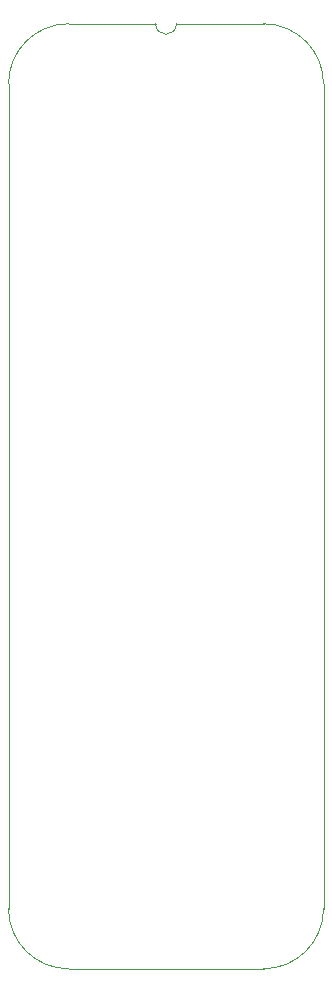
<source format=gm1>
%TF.GenerationSoftware,KiCad,Pcbnew,8.0.7*%
%TF.CreationDate,2025-01-12T11:08:47+02:00*%
%TF.ProjectId,HCP65 MPU Memory,48435036-3520-44d5-9055-204d656d6f72,V1*%
%TF.SameCoordinates,Original*%
%TF.FileFunction,Profile,NP*%
%FSLAX46Y46*%
G04 Gerber Fmt 4.6, Leading zero omitted, Abs format (unit mm)*
G04 Created by KiCad (PCBNEW 8.0.7) date 2025-01-12 11:08:47*
%MOMM*%
%LPD*%
G01*
G04 APERTURE LIST*
%TA.AperFunction,Profile*%
%ADD10C,0.100000*%
%TD*%
G04 APERTURE END LIST*
D10*
%TO.C,J8*%
X-1905000Y635000D02*
X-1905000Y-69215000D01*
X10541000Y5715000D02*
X3175000Y5715000D01*
X19685000Y5715000D02*
X12319000Y5715000D01*
X19685000Y-74295000D02*
X3175000Y-74295000D01*
X24765000Y-69215000D02*
X24765000Y635000D01*
X-1905000Y635000D02*
G75*
G02*
X3175000Y5715000I5080002J-2D01*
G01*
X3175000Y-74295000D02*
G75*
G02*
X-1905000Y-69215000I0J5080000D01*
G01*
X12319000Y5715000D02*
G75*
G02*
X10541000Y5715000I-889000J0D01*
G01*
X19685000Y5715000D02*
G75*
G02*
X24765000Y635000I0J-5080000D01*
G01*
X24765000Y-69215000D02*
G75*
G02*
X19685000Y-74295000I-5080000J0D01*
G01*
%TD*%
M02*

</source>
